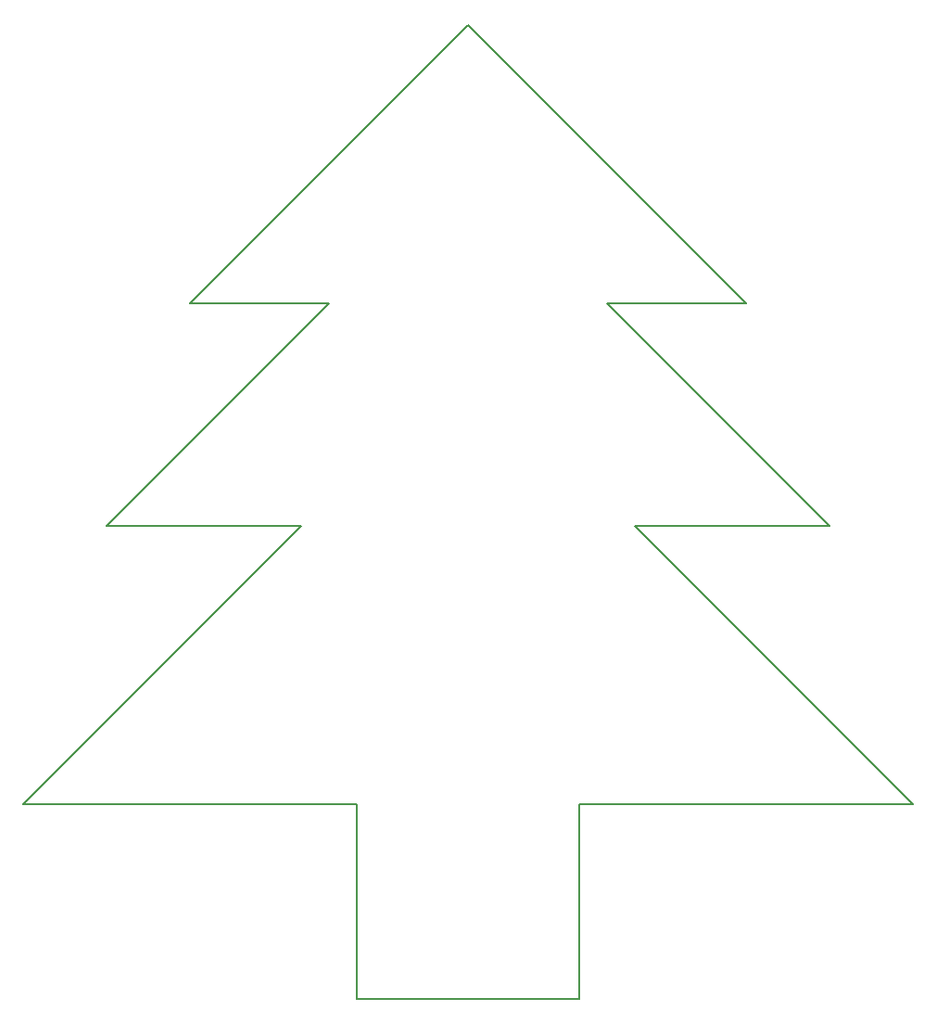
<source format=gm1>
G04 #@! TF.FileFunction,Profile,NP*
%FSLAX46Y46*%
G04 Gerber Fmt 4.6, Leading zero omitted, Abs format (unit mm)*
G04 Created by KiCad (PCBNEW 4.0.1-stable) date 27/05/2016 22:40:19*
%MOMM*%
G01*
G04 APERTURE LIST*
%ADD10C,0.100000*%
%ADD11C,0.150000*%
G04 APERTURE END LIST*
D10*
D11*
X66040000Y-104140000D02*
X96520000Y-104140000D01*
X116840000Y-104140000D02*
X147320000Y-104140000D01*
X116840000Y-121920000D02*
X116840000Y-104140000D01*
X96520000Y-121920000D02*
X116840000Y-121920000D01*
X96520000Y-104140000D02*
X96520000Y-121920000D01*
X106680000Y-33020000D02*
X129540000Y-55880000D01*
X129540000Y-55880000D02*
X132080000Y-58420000D01*
X132080000Y-58420000D02*
X119380000Y-58420000D01*
X119380000Y-58420000D02*
X139700000Y-78740000D01*
X139700000Y-78740000D02*
X121920000Y-78740000D01*
X121920000Y-78740000D02*
X147320000Y-104140000D01*
X91440000Y-78740000D02*
X66040000Y-104140000D01*
X73660000Y-78740000D02*
X91440000Y-78740000D01*
X93980000Y-58420000D02*
X73660000Y-78740000D01*
X81280000Y-58420000D02*
X93980000Y-58420000D01*
X83820000Y-55880000D02*
X81280000Y-58420000D01*
X106680000Y-33020000D02*
X83820000Y-55880000D01*
M02*

</source>
